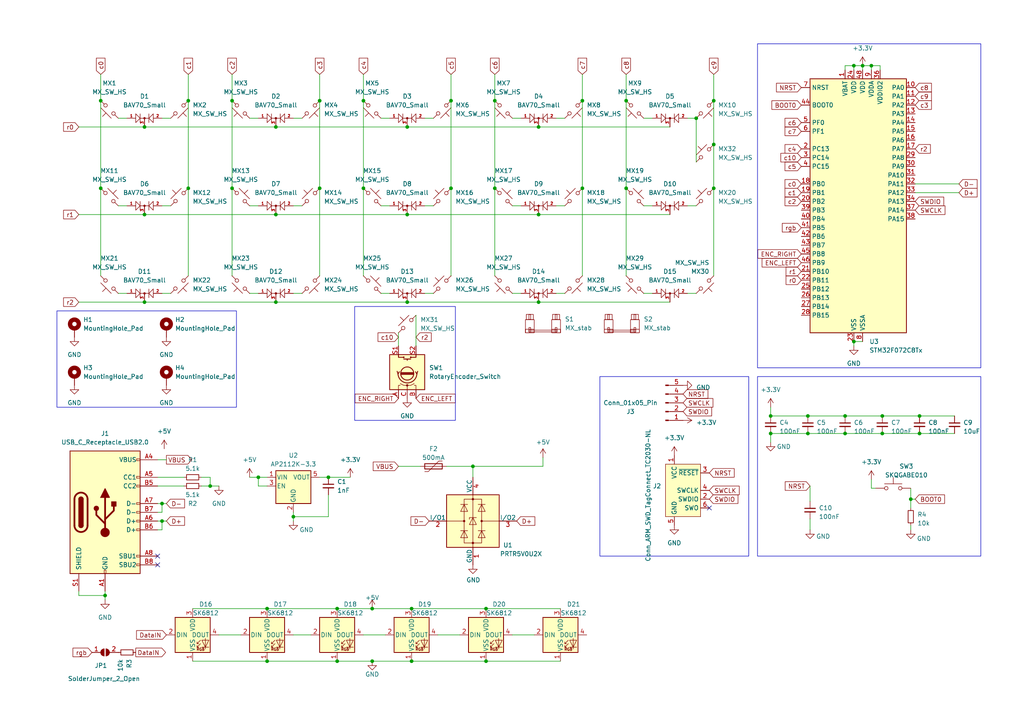
<source format=kicad_sch>
(kicad_sch (version 20231120) (generator "eeschema") (generator_version "8.0")
  (paper "A4")
  (junction (at 29.21 54.61))
  (junction (at 143.51 54.61))
  (junction (at 74.93 138.43))
  (junction (at 85.09 149.86))
  (junction (at 266.7 125.73))
  (junction (at 255.905 125.73))
  (junction (at 41.91 62.23))
  (junction (at 118.11 36.83))
  (junction (at 181.61 54.61))
  (junction (at 140.97 191.77))
  (junction (at 245.11 120.65))
  (junction (at 168.91 54.61))
  (junction (at 80.01 62.23))
  (junction (at 97.79 191.77))
  (junction (at 245.11 125.73))
  (junction (at 29.21 29.21))
  (junction (at 107.95 191.77))
  (junction (at 207.01 41.91))
  (junction (at 156.21 87.63))
  (junction (at 207.01 29.21))
  (junction (at 80.01 87.63))
  (junction (at 95.25 138.43))
  (junction (at 247.65 99.06))
  (junction (at 41.91 36.83))
  (junction (at 30.48 172.72))
  (junction (at 264.16 144.78))
  (junction (at 130.81 54.61))
  (junction (at 54.61 54.61))
  (junction (at 156.21 36.83))
  (junction (at 168.91 29.21))
  (junction (at 105.41 54.61))
  (junction (at 252.73 19.05))
  (junction (at 46.99 146.05))
  (junction (at 46.99 151.13))
  (junction (at 223.52 125.73))
  (junction (at 119.38 191.77))
  (junction (at 234.315 120.65))
  (junction (at 41.91 87.63))
  (junction (at 143.51 29.21))
  (junction (at 247.65 19.05))
  (junction (at 105.41 29.21))
  (junction (at 181.61 29.21))
  (junction (at 60.96 140.97))
  (junction (at 118.11 62.23))
  (junction (at 80.01 36.83))
  (junction (at 97.79 176.53))
  (junction (at 130.81 29.21))
  (junction (at 201.93 34.29))
  (junction (at 119.38 176.53))
  (junction (at 250.19 19.05))
  (junction (at 77.47 176.53))
  (junction (at 156.21 62.23))
  (junction (at 266.7 120.65))
  (junction (at 92.71 29.21))
  (junction (at 77.47 191.77))
  (junction (at 67.31 54.61))
  (junction (at 223.52 120.65))
  (junction (at 140.97 176.53))
  (junction (at 137.16 135.255))
  (junction (at 54.61 29.21))
  (junction (at 107.95 176.53))
  (junction (at 118.11 87.63))
  (junction (at 92.71 54.61))
  (junction (at 207.01 54.61))
  (junction (at 67.31 29.21))
  (junction (at 255.905 120.65))
  (junction (at 234.315 125.73))
  (no_connect (at 45.72 161.29))
  (no_connect (at 205.74 147.32))
  (no_connect (at 45.72 163.83))
  (wire (pts (xy 22.86 87.63) (xy 41.91 87.63)))
  (wire (pts (xy 118.11 87.63) (xy 156.21 87.63)))
  (wire (pts (xy 74.93 59.69) (xy 72.39 59.69)))
  (wire (pts (xy 255.905 120.65) (xy 266.7 120.65)))
  (wire (pts (xy 264.16 144.78) (xy 264.16 147.32)))
  (wire (pts (xy 247.65 100.33) (xy 247.65 99.06)))
  (wire (pts (xy 95.25 149.86) (xy 95.25 143.51)))
  (wire (pts (xy 234.95 153.67) (xy 234.95 150.495)))
  (wire (pts (xy 36.83 85.09) (xy 34.29 85.09)))
  (wire (pts (xy 123.19 34.29) (xy 125.73 34.29)))
  (wire (pts (xy 85.09 34.29) (xy 87.63 34.29)))
  (wire (pts (xy 29.21 21.59) (xy 29.21 29.21)))
  (wire (pts (xy 45.72 138.43) (xy 53.34 138.43)))
  (wire (pts (xy 46.99 146.05) (xy 48.26 146.05)))
  (wire (pts (xy 207.01 21.59) (xy 207.01 29.21)))
  (wire (pts (xy 85.09 59.69) (xy 87.63 59.69)))
  (wire (pts (xy 85.09 85.09) (xy 87.63 85.09)))
  (wire (pts (xy 63.5 184.15) (xy 69.85 184.15)))
  (wire (pts (xy 30.48 171.45) (xy 30.48 172.72)))
  (wire (pts (xy 181.61 54.61) (xy 181.61 80.01)))
  (wire (pts (xy 54.61 21.59) (xy 54.61 29.21)))
  (wire (pts (xy 80.01 87.63) (xy 118.11 87.63)))
  (wire (pts (xy 30.48 172.72) (xy 30.48 173.99)))
  (wire (pts (xy 54.61 29.21) (xy 54.61 54.61)))
  (wire (pts (xy 201.93 34.29) (xy 201.93 46.99)))
  (wire (pts (xy 115.57 96.52) (xy 115.57 100.33)))
  (wire (pts (xy 95.25 138.43) (xy 101.6 138.43)))
  (wire (pts (xy 97.79 176.53) (xy 77.47 176.53)))
  (wire (pts (xy 60.96 140.97) (xy 63.5 140.97)))
  (wire (pts (xy 140.97 176.53) (xy 162.56 176.53)))
  (wire (pts (xy 129.54 135.255) (xy 137.16 135.255)))
  (wire (pts (xy 113.03 85.09) (xy 110.49 85.09)))
  (wire (pts (xy 92.71 21.59) (xy 92.71 29.21)))
  (wire (pts (xy 252.73 19.05) (xy 250.19 19.05)))
  (wire (pts (xy 77.47 191.77) (xy 97.79 191.77)))
  (wire (pts (xy 234.315 120.65) (xy 245.11 120.65)))
  (wire (pts (xy 143.51 54.61) (xy 143.51 80.01)))
  (wire (pts (xy 161.29 59.69) (xy 163.83 59.69)))
  (wire (pts (xy 54.61 54.61) (xy 54.61 80.01)))
  (wire (pts (xy 223.52 128.27) (xy 223.52 125.73)))
  (wire (pts (xy 168.91 54.61) (xy 168.91 80.01)))
  (wire (pts (xy 245.11 19.05) (xy 247.65 19.05)))
  (wire (pts (xy 168.91 21.59) (xy 168.91 29.21)))
  (wire (pts (xy 74.93 138.43) (xy 77.47 138.43)))
  (wire (pts (xy 130.81 29.21) (xy 130.81 54.61)))
  (wire (pts (xy 45.72 151.13) (xy 46.99 151.13)))
  (wire (pts (xy 46.99 85.09) (xy 49.53 85.09)))
  (wire (pts (xy 105.41 54.61) (xy 105.41 80.01)))
  (wire (pts (xy 143.51 29.21) (xy 143.51 54.61)))
  (wire (pts (xy 74.93 140.97) (xy 74.93 138.43)))
  (wire (pts (xy 140.97 191.77) (xy 162.56 191.77)))
  (wire (pts (xy 161.29 34.29) (xy 163.83 34.29)))
  (wire (pts (xy 97.79 176.53) (xy 107.95 176.53)))
  (wire (pts (xy 264.16 152.4) (xy 264.16 153.67)))
  (wire (pts (xy 74.93 34.29) (xy 72.39 34.29)))
  (wire (pts (xy 168.91 29.21) (xy 168.91 54.61)))
  (wire (pts (xy 265.43 55.88) (xy 278.13 55.88)))
  (wire (pts (xy 151.13 85.09) (xy 148.59 85.09)))
  (wire (pts (xy 118.11 36.83) (xy 156.21 36.83)))
  (wire (pts (xy 22.86 62.23) (xy 41.91 62.23)))
  (wire (pts (xy 223.52 118.11) (xy 223.52 120.65)))
  (wire (pts (xy 123.19 85.09) (xy 125.73 85.09)))
  (wire (pts (xy 181.61 29.21) (xy 181.61 54.61)))
  (wire (pts (xy 45.72 146.05) (xy 46.99 146.05)))
  (wire (pts (xy 45.72 140.97) (xy 53.34 140.97)))
  (wire (pts (xy 264.16 141.605) (xy 264.16 144.78)))
  (wire (pts (xy 189.23 59.69) (xy 186.69 59.69)))
  (wire (pts (xy 55.88 176.53) (xy 77.47 176.53)))
  (wire (pts (xy 41.91 36.83) (xy 80.01 36.83)))
  (wire (pts (xy 207.01 29.21) (xy 207.01 41.91)))
  (wire (pts (xy 254 141.605) (xy 252.73 141.605)))
  (wire (pts (xy 118.11 62.23) (xy 156.21 62.23)))
  (wire (pts (xy 46.99 59.69) (xy 49.53 59.69)))
  (wire (pts (xy 189.23 85.09) (xy 186.69 85.09)))
  (wire (pts (xy 58.42 138.43) (xy 60.96 138.43)))
  (wire (pts (xy 137.16 135.255) (xy 157.48 135.255)))
  (wire (pts (xy 29.21 54.61) (xy 29.21 80.01)))
  (wire (pts (xy 127 184.15) (xy 133.35 184.15)))
  (wire (pts (xy 22.86 171.45) (xy 22.86 172.72)))
  (wire (pts (xy 74.93 85.09) (xy 72.39 85.09)))
  (wire (pts (xy 137.16 135.255) (xy 137.16 138.43)))
  (wire (pts (xy 92.71 138.43) (xy 95.25 138.43)))
  (wire (pts (xy 85.09 149.86) (xy 85.09 151.13)))
  (wire (pts (xy 255.905 125.73) (xy 266.7 125.73)))
  (wire (pts (xy 45.72 148.59) (xy 46.99 148.59)))
  (wire (pts (xy 72.39 138.43) (xy 74.93 138.43)))
  (wire (pts (xy 157.48 132.715) (xy 157.48 135.255)))
  (wire (pts (xy 148.59 184.15) (xy 154.94 184.15)))
  (wire (pts (xy 92.71 29.21) (xy 92.71 54.61)))
  (wire (pts (xy 80.01 62.23) (xy 118.11 62.23)))
  (wire (pts (xy 41.91 87.63) (xy 80.01 87.63)))
  (wire (pts (xy 161.29 85.09) (xy 163.83 85.09)))
  (wire (pts (xy 247.65 19.05) (xy 247.65 20.32)))
  (wire (pts (xy 67.31 29.21) (xy 67.31 54.61)))
  (wire (pts (xy 97.79 191.77) (xy 107.95 191.77)))
  (wire (pts (xy 199.39 59.69) (xy 201.93 59.69)))
  (wire (pts (xy 45.72 153.67) (xy 46.99 153.67)))
  (wire (pts (xy 234.315 120.65) (xy 223.52 120.65)))
  (wire (pts (xy 247.65 99.06) (xy 250.19 99.06)))
  (wire (pts (xy 55.88 191.77) (xy 77.47 191.77)))
  (wire (pts (xy 207.01 41.91) (xy 207.01 54.61)))
  (wire (pts (xy 255.27 19.05) (xy 255.27 20.32)))
  (wire (pts (xy 130.81 21.59) (xy 130.81 29.21)))
  (wire (pts (xy 265.43 53.34) (xy 278.13 53.34)))
  (wire (pts (xy 45.72 133.35) (xy 48.26 133.35)))
  (wire (pts (xy 67.31 54.61) (xy 67.31 80.01)))
  (wire (pts (xy 250.19 19.05) (xy 250.19 20.32)))
  (wire (pts (xy 156.21 36.83) (xy 194.31 36.83)))
  (wire (pts (xy 234.95 140.97) (xy 234.95 145.415)))
  (wire (pts (xy 113.03 59.69) (xy 110.49 59.69)))
  (wire (pts (xy 115.57 135.255) (xy 121.92 135.255)))
  (wire (pts (xy 156.21 62.23) (xy 194.31 62.23)))
  (wire (pts (xy 252.73 19.05) (xy 255.27 19.05)))
  (wire (pts (xy 266.7 120.65) (xy 276.86 120.65)))
  (wire (pts (xy 119.38 176.53) (xy 140.97 176.53)))
  (wire (pts (xy 151.13 34.29) (xy 148.59 34.29)))
  (wire (pts (xy 60.96 138.43) (xy 60.96 140.97)))
  (wire (pts (xy 119.38 191.77) (xy 140.97 191.77)))
  (wire (pts (xy 156.21 87.63) (xy 194.31 87.63)))
  (wire (pts (xy 85.09 148.59) (xy 85.09 149.86)))
  (wire (pts (xy 67.31 21.59) (xy 67.31 29.21)))
  (wire (pts (xy 41.91 62.23) (xy 80.01 62.23)))
  (wire (pts (xy 120.65 91.44) (xy 120.65 100.33)))
  (wire (pts (xy 143.51 21.59) (xy 143.51 29.21)))
  (wire (pts (xy 223.52 125.73) (xy 234.315 125.73)))
  (wire (pts (xy 36.83 34.29) (xy 34.29 34.29)))
  (wire (pts (xy 92.71 54.61) (xy 92.71 80.01)))
  (wire (pts (xy 252.73 141.605) (xy 252.73 139.065)))
  (wire (pts (xy 105.41 21.59) (xy 105.41 29.21)))
  (wire (pts (xy 245.11 125.73) (xy 255.905 125.73)))
  (wire (pts (xy 58.42 140.97) (xy 60.96 140.97)))
  (wire (pts (xy 234.315 125.73) (xy 245.11 125.73)))
  (wire (pts (xy 113.03 34.29) (xy 110.49 34.29)))
  (wire (pts (xy 107.95 176.53) (xy 119.38 176.53)))
  (wire (pts (xy 181.61 21.59) (xy 181.61 29.21)))
  (wire (pts (xy 252.73 19.05) (xy 252.73 20.32)))
  (wire (pts (xy 245.11 19.05) (xy 245.11 20.32)))
  (wire (pts (xy 80.01 36.83) (xy 118.11 36.83)))
  (wire (pts (xy 199.39 85.09) (xy 201.93 85.09)))
  (wire (pts (xy 29.21 29.21) (xy 29.21 54.61)))
  (wire (pts (xy 22.86 172.72) (xy 30.48 172.72)))
  (wire (pts (xy 46.99 153.67) (xy 46.99 151.13)))
  (wire (pts (xy 245.11 120.65) (xy 255.905 120.65)))
  (wire (pts (xy 207.01 54.61) (xy 207.01 80.01)))
  (wire (pts (xy 130.81 54.61) (xy 130.81 80.01)))
  (wire (pts (xy 77.47 140.97) (xy 74.93 140.97)))
  (wire (pts (xy 105.41 29.21) (xy 105.41 54.61)))
  (wire (pts (xy 189.23 34.29) (xy 186.69 34.29)))
  (wire (pts (xy 46.99 34.29) (xy 49.53 34.29)))
  (wire (pts (xy 105.41 184.15) (xy 111.76 184.15)))
  (wire (pts (xy 36.83 59.69) (xy 34.29 59.69)))
  (wire (pts (xy 151.13 59.69) (xy 148.59 59.69)))
  (wire (pts (xy 46.99 151.13) (xy 48.26 151.13)))
  (wire (pts (xy 107.95 191.77) (xy 119.38 191.77)))
  (wire (pts (xy 22.86 36.83) (xy 41.91 36.83)))
  (wire (pts (xy 247.65 19.05) (xy 250.19 19.05)))
  (wire (pts (xy 123.19 59.69) (xy 125.73 59.69)))
  (wire (pts (xy 199.39 34.29) (xy 201.93 34.29)))
  (wire (pts (xy 266.7 125.73) (xy 276.86 125.73)))
  (wire (pts (xy 85.09 149.86) (xy 95.25 149.86)))
  (wire (pts (xy 46.99 148.59) (xy 46.99 146.05)))
  (wire (pts (xy 264.16 144.78) (xy 265.43 144.78)))
  (wire (pts (xy 85.09 184.15) (xy 90.17 184.15)))
  (rectangle (start 16.51 90.17) (end 68.58 118.11))
  (rectangle (start 102.87 88.9) (end 132.08 121.92))
  (rectangle (start 173.99 109.22) (end 217.17 161.29))
  (rectangle (start 219.71 109.22) (end 284.48 161.29))
  (rectangle (start 219.71 12.7) (end 284.48 106.68))
  (global_label "c0" (shape input) (at 29.21 21.59 90) (property "Intersheetrefs" "${INTERSHEET_REFS}" (effects (hide yes))))
  (global_label "ENC_LEFT" (shape input) (at 120.65 115.57 0) (property "Intersheetrefs" "${INTERSHEET_REFS}" (effects (hide yes))))
  (global_label "c9" (shape input) (at 265.43 27.94 0) (property "Intersheetrefs" "${INTERSHEET_REFS}" (effects (hide yes))))
  (global_label "c6" (shape input) (at 232.41 35.56 180) (property "Intersheetrefs" "${INTERSHEET_REFS}" (effects (hide yes))))
  (global_label "NRST" (shape input) (at 198.12 114.3 0) (property "Intersheetrefs" "${INTERSHEET_REFS}" (effects (hide yes))))
  (global_label "rgb" (shape input) (at 232.41 66.04 180) (property "Intersheetrefs" "${INTERSHEET_REFS}" (effects (hide yes))))
  (global_label "BOOT0" (shape input) (at 232.41 30.48 180) (property "Intersheetrefs" "${INTERSHEET_REFS}" (effects (hide yes))))
  (global_label "D+" (shape input) (at 48.26 151.13 0) (property "Intersheetrefs" "${INTERSHEET_REFS}" (effects (hide yes))))
  (global_label "BOOT0" (shape input) (at 265.43 144.78 0) (property "Intersheetrefs" "${INTERSHEET_REFS}" (effects (hide yes))))
  (global_label "c10" (shape input) (at 115.57 97.79 180) (property "Intersheetrefs" "${INTERSHEET_REFS}" (effects (hide yes))))
  (global_label "c2" (shape input) (at 67.31 21.59 90) (property "Intersheetrefs" "${INTERSHEET_REFS}" (effects (hide yes))))
  (global_label "r1" (shape input) (at 22.86 62.23 180) (property "Intersheetrefs" "${INTERSHEET_REFS}" (effects (hide yes))))
  (global_label "D+" (shape input) (at 278.13 55.88 0) (property "Intersheetrefs" "${INTERSHEET_REFS}" (effects (hide yes))))
  (global_label "SWDIO" (shape input) (at 205.74 144.78 0) (property "Intersheetrefs" "${INTERSHEET_REFS}" (effects (hide yes))))
  (global_label "DataIN" (shape input) (at 48.26 184.15 180) (property "Intersheetrefs" "${INTERSHEET_REFS}" (effects (hide yes))))
  (global_label "c0" (shape input) (at 232.41 53.34 180) (property "Intersheetrefs" "${INTERSHEET_REFS}" (effects (hide yes))))
  (global_label "r1" (shape input) (at 232.41 78.74 180) (property "Intersheetrefs" "${INTERSHEET_REFS}" (effects (hide yes))))
  (global_label "SWDIO" (shape input) (at 265.43 58.42 0) (property "Intersheetrefs" "${INTERSHEET_REFS}" (effects (hide yes))))
  (global_label "c2" (shape input) (at 232.41 58.42 180) (property "Intersheetrefs" "${INTERSHEET_REFS}" (effects (hide yes))))
  (global_label "SWCLK" (shape input) (at 265.43 60.96 0) (property "Intersheetrefs" "${INTERSHEET_REFS}" (effects (hide yes))))
  (global_label "D-" (shape input) (at 124.46 151.13 180) (property "Intersheetrefs" "${INTERSHEET_REFS}" (effects (hide yes))))
  (global_label "ENC_RIGHT" (shape input) (at 232.41 73.66 180) (property "Intersheetrefs" "${INTERSHEET_REFS}" (effects (hide yes))))
  (global_label "c3" (shape input) (at 92.71 21.59 90) (property "Intersheetrefs" "${INTERSHEET_REFS}" (effects (hide yes))))
  (global_label "SWCLK" (shape input) (at 205.74 142.24 0) (property "Intersheetrefs" "${INTERSHEET_REFS}" (effects (hide yes))))
  (global_label "D-" (shape input) (at 278.13 53.34 0) (property "Intersheetrefs" "${INTERSHEET_REFS}" (effects (hide yes))))
  (global_label "NRST" (shape input) (at 232.41 25.4 180) (property "Intersheetrefs" "${INTERSHEET_REFS}" (effects (hide yes))))
  (global_label "c8" (shape input) (at 265.43 25.4 0) (property "Intersheetrefs" "${INTERSHEET_REFS}" (effects (hide yes))))
  (global_label "rgb" (shape input) (at 26.67 189.23 180) (property "Intersheetrefs" "${INTERSHEET_REFS}" (effects (hide yes))))
  (global_label "DataIN" (shape output) (at 39.37 189.23 0) (property "Intersheetrefs" "${INTERSHEET_REFS}" (effects (hide yes))))
  (global_label "VBUS" (shape output) (at 48.26 133.35 0) (property "Intersheetrefs" "${INTERSHEET_REFS}" (effects (hide yes))))
  (global_label "SWCLK" (shape input) (at 198.12 116.84 0) (property "Intersheetrefs" "${INTERSHEET_REFS}" (effects (hide yes))))
  (global_label "ENC_RIGHT" (shape input) (at 115.57 115.57 180) (property "Intersheetrefs" "${INTERSHEET_REFS}" (effects (hide yes))))
  (global_label "r2" (shape input) (at 265.43 43.18 0) (property "Intersheetrefs" "${INTERSHEET_REFS}" (effects (hide yes))))
  (global_label "c4" (shape input) (at 105.41 21.59 90) (property "Intersheetrefs" "${INTERSHEET_REFS}" (effects (hide yes))))
  (global_label "r0" (shape input) (at 22.86 36.83 180) (property "Intersheetrefs" "${INTERSHEET_REFS}" (effects (hide yes))))
  (global_label "c3" (shape input) (at 265.43 30.48 0) (property "Intersheetrefs" "${INTERSHEET_REFS}" (effects (hide yes))))
  (global_label "NRST" (shape input) (at 205.74 137.16 0) (property "Intersheetrefs" "${INTERSHEET_REFS}" (effects (hide yes))))
  (global_label "c7" (shape input) (at 168.91 21.59 90) (property "Intersheetrefs" "${INTERSHEET_REFS}" (effects (hide yes))))
  (global_label "NRST" (shape input) (at 234.95 140.97 180) (property "Intersheetrefs" "${INTERSHEET_REFS}" (effects (hide yes))))
  (global_label "c7" (shape input) (at 232.41 38.1 180) (property "Intersheetrefs" "${INTERSHEET_REFS}" (effects (hide yes))))
  (global_label "r2" (shape input) (at 120.65 97.79 0) (property "Intersheetrefs" "${INTERSHEET_REFS}" (effects (hide yes))))
  (global_label "ENC_LEFT" (shape input) (at 232.41 76.2 180) (property "Intersheetrefs" "${INTERSHEET_REFS}" (effects (hide yes))))
  (global_label "c10" (shape input) (at 232.41 45.72 180) (property "Intersheetrefs" "${INTERSHEET_REFS}" (effects (hide yes))))
  (global_label "c1" (shape input) (at 232.41 55.88 180) (property "Intersheetrefs" "${INTERSHEET_REFS}" (effects (hide yes))))
  (global_label "c8" (shape input) (at 181.61 21.59 90) (property "Intersheetrefs" "${INTERSHEET_REFS}" (effects (hide yes))))
  (global_label "r0" (shape input) (at 232.41 81.28 180) (property "Intersheetrefs" "${INTERSHEET_REFS}" (effects (hide yes))))
  (global_label "c6" (shape input) (at 143.51 21.59 90) (property "Intersheetrefs" "${INTERSHEET_REFS}" (effects (hide yes))))
  (global_label "c5" (shape input) (at 232.41 48.26 180) (property "Intersheetrefs" "${INTERSHEET_REFS}" (effects (hide yes))))
  (global_label "D-" (shape input) (at 48.26 146.05 0) (property "Intersheetrefs" "${INTERSHEET_REFS}" (effects (hide yes))))
  (global_label "VBUS" (shape input) (at 115.57 135.255 180) (property "Intersheetrefs" "${INTERSHEET_REFS}" (effects (hide yes))))
  (global_label "c1" (shape input) (at 54.61 21.59 90) (property "Intersheetrefs" "${INTERSHEET_REFS}" (effects (hide yes))))
  (global_label "D+" (shape input) (at 149.86 151.13 0) (property "Intersheetrefs" "${INTERSHEET_REFS}" (effects (hide yes))))
  (global_label "c4" (shape input) (at 232.41 43.18 180) (property "Intersheetrefs" "${INTERSHEET_REFS}" (effects (hide yes))))
  (global_label "SWDIO" (shape input) (at 198.12 119.38 0) (property "Intersheetrefs" "${INTERSHEET_REFS}" (effects (hide yes))))
  (global_label "r2" (shape input) (at 22.86 87.63 180) (property "Intersheetrefs" "${INTERSHEET_REFS}" (effects (hide yes))))
  (global_label "c9" (shape input) (at 207.01 21.59 90) (property "Intersheetrefs" "${INTERSHEET_REFS}" (effects (hide yes))))
  (global_label "c5" (shape input) (at 130.81 21.59 90) (property "Intersheetrefs" "${INTERSHEET_REFS}" (effects (hide yes))))
  (symbol (lib_id "Regulator_Linear:AP2112K-3.3") (at 85.09 140.97 0) (unit 1)
    (property "Reference" "U2" (at 85.09 132.08 0))
    (property "Value" "AP2112K-3.3" (at 85.09 134.62 0))
    (property "Footprint" "Package_TO_SOT_SMD:SOT-23-5_HandSoldering" (effects (hide yes)))
    (property "Datasheet" "https://www.diodes.com/assets/Datasheets/AP2112.pdf" (effects (hide yes)))
    (property "LCSC Part Number" "C3021085" (effects (hide yes)))
    (property "MPN" "AP2112K-3.3" (effects (hide yes)))
  )
  (symbol (lib_id "power:+3.3V") (at 252.73 139.065 0) (unit 1)
    (property "Reference" "#PWR013" (effects (hide yes)))
    (property "Value" "+3.3V" (at 252.73 133.985 0))
  )
  (symbol (lib_id "PCM_marbastlib-mx:MX_SW_HS") (at 204.47 57.15 90) (unit 1)
    (property "Reference" "MX20" (at 208.28 55.88 90) (effects (justify right)))
    (property "Value" "MX_SW_HS" (at 208.28 58.42 90) (effects (justify right)))
    (property "Footprint" "apfellib:MX-HotswapSAFE_no_silk" (effects (hide yes)))
  )
  (symbol (lib_id "PCM_marbastlib-mx:MX_SW_HS") (at 90.17 82.55 270) (unit 1)
    (property "Reference" "MX24" (at 93.98 81.28 90) (effects (justify left)))
    (property "Value" "MX_SW_HS" (at 93.98 83.82 90) (effects (justify left)))
    (property "Footprint" "apfellib:MX-HotswapSAFE_no_silk" (effects (hide yes)))
  )
  (symbol (lib_id "PCM_marbastlib-various:BAV70_Small") (at 194.31 85.09 0) (unit 1)
    (property "Reference" "D15" (at 194.31 78.74 0))
    (property "Value" "BAV70_Small" (at 194.31 81.28 0))
    (property "Footprint" "BeiBob:apfel_SOT-23_silkless" (effects (hide yes)))
    (property "Datasheet" "https://assets.nexperia.com/documents/data-sheet/BAV70_SER.pdf" (effects (hide yes)))
  )
  (symbol (lib_id "Device:R_Small") (at 264.16 149.86 180) (unit 1)
    (property "Reference" "R4" (at 266.065 149.225 0) (effects (justify right)))
    (property "Value" "10k" (at 266.065 151.765 0) (effects (justify right)))
    (property "Footprint" "Resistor_SMD:R_0805_2012Metric_Pad1.20x1.40mm_HandSolder" (effects (hide yes)))
  )
  (symbol (lib_id "Device:C_Small") (at 276.86 123.19 0) (unit 1)
    (property "Reference" "C9" (at 279.4 122.5613 0) (effects (justify left)))
    (property "Value" "10uF" (at 279.4 125.1013 0) (effects (justify left)))
    (property "Footprint" "Capacitor_SMD:C_0805_2012Metric_Pad1.18x1.45mm_HandSolder" (effects (hide yes)))
  )
  (symbol (lib_id "power:+5V") (at 107.95 176.53 0) (unit 1)
    (property "Reference" "#PWR021" (effects (hide yes)))
    (property "Value" "+5V" (at 107.95 173.355 0))
  )
  (symbol (lib_id "power:GND") (at 195.58 152.4 0) (unit 1)
    (property "Reference" "#PWR012" (effects (hide yes)))
    (property "Value" "GND" (at 195.58 157.48 0))
  )
  (symbol (lib_id "Device:C_Small") (at 234.315 123.19 0) (unit 1)
    (property "Reference" "C5" (at 236.855 122.5613 0) (effects (justify left)))
    (property "Value" "100nF" (at 236.855 125.1013 0) (effects (justify left)))
    (property "Footprint" "Capacitor_SMD:C_0805_2012Metric_Pad1.18x1.45mm_HandSolder" (effects (hide yes)))
  )
  (symbol (lib_id "PCM_marbastlib-mx:MX_SW_HS") (at 107.95 57.15 0) (unit 1)
    (property "Reference" "MX15" (at 107.95 49.53 0))
    (property "Value" "MX_SW_HS" (at 107.95 52.07 0))
    (property "Footprint" "apfellib:MX-HotswapSAFE_no_silk" (effects (hide yes)))
  )
  (symbol (lib_id "PCM_marbastlib-mx:MX_SW_HS") (at 128.27 57.15 90) (unit 1)
    (property "Reference" "MX16" (at 132.08 55.88 90) (effects (justify right)))
    (property "Value" "MX_SW_HS" (at 132.08 58.42 90) (effects (justify right)))
    (property "Footprint" "apfellib:MX-HotswapSAFE_no_silk" (effects (hide yes)))
  )
  (symbol (lib_id "PCM_marbastlib-mx:MX_stab") (at 157.48 93.98 0) (unit 1)
    (property "Reference" "S1" (at 163.83 92.583 0) (effects (justify left)))
    (property "Value" "MX_stab" (at 163.83 95.123 0) (effects (justify left)))
    (property "Footprint" "PCM_marbastlib-mx:STAB_MX_P_3u" (effects (hide yes)))
  )
  (symbol (lib_id "power:GND") (at 85.09 151.13 0) (unit 1)
    (property "Reference" "#PWR06" (effects (hide yes)))
    (property "Value" "GND" (at 88.9 153.67 0))
  )
  (symbol (lib_id "power:GND") (at 264.16 153.67 0) (unit 1)
    (property "Reference" "#PWR025" (effects (hide yes)))
    (property "Value" "GND" (at 267.97 156.21 0))
  )
  (symbol (lib_id "power:GND") (at 118.11 115.57 0) (unit 1)
    (property "Reference" "#PWR01" (effects (hide yes)))
    (property "Value" "GND" (at 118.11 120.65 0))
  )
  (symbol (lib_id "PCM_marbastlib-mx:MX_SW_HS") (at 90.17 31.75 270) (unit 1)
    (property "Reference" "MX4" (at 93.98 30.48 90) (effects (justify left)))
    (property "Value" "MX_SW_HS" (at 93.98 33.02 90) (effects (justify left)))
    (property "Footprint" "apfellib:MX-HotswapSAFE_no_silk" (effects (hide yes)))
  )
  (symbol (lib_id "PCM_marbastlib-mx:MX_SW_HS") (at 166.37 31.75 270) (unit 1)
    (property "Reference" "MX8" (at 170.18 30.48 90) (effects (justify left)))
    (property "Value" "MX_SW_HS" (at 170.18 33.02 90) (effects (justify left)))
    (property "Footprint" "apfellib:MX-HotswapSAFE_no_silk" (effects (hide yes)))
  )
  (symbol (lib_id "PCM_marbastlib-various:BAV70_Small") (at 156.21 85.09 0) (unit 1)
    (property "Reference" "D14" (at 156.21 78.74 0))
    (property "Value" "BAV70_Small" (at 156.21 81.28 0))
    (property "Footprint" "BeiBob:apfel_SOT-23_silkless" (effects (hide yes)))
    (property "Datasheet" "https://assets.nexperia.com/documents/data-sheet/BAV70_SER.pdf" (effects (hide yes)))
  )
  (symbol (lib_id "PCM_marbastlib-various:BAV70_Small") (at 118.11 59.69 0) (unit 1)
    (property "Reference" "D8" (at 118.11 53.34 0))
    (property "Value" "BAV70_Small" (at 118.11 55.88 0))
    (property "Footprint" "BeiBob:apfel_SOT-23_silkless" (effects (hide yes)))
    (property "Datasheet" "https://assets.nexperia.com/documents/data-sheet/BAV70_SER.pdf" (effects (hide yes)))
  )
  (symbol (lib_id "PCM_marbastlib-mx:MX_SW_HS") (at 31.75 57.15 0) (unit 1)
    (property "Reference" "MX11" (at 31.75 49.53 0))
    (property "Value" "MX_SW_HS" (at 31.75 52.07 0))
    (property "Footprint" "apfellib:MX-HotswapSAFE_no_silk" (effects (hide yes)))
  )
  (symbol (lib_id "PCM_marbastlib-mx:MX_SW_HS") (at 204.47 31.75 270) (unit 1)
    (property "Reference" "MX10" (at 208.28 30.48 90) (effects (justify left)))
    (property "Value" "MX_SW_HS" (at 208.28 33.02 90) (effects (justify left)))
    (property "Footprint" "apfellib:MX-HotswapSAFE_no_silk" (effects (hide yes)))
  )
  (symbol (lib_id "power:+3.3V") (at 250.19 19.05 0) (unit 1)
    (property "Reference" "#PWR04" (effects (hide yes)))
    (property "Value" "+3.3V" (at 250.19 13.97 0))
  )
  (symbol (lib_id "power:+3.3V") (at 198.12 121.92 270) (unit 1)
    (property "Reference" "#PWR019" (effects (hide yes)))
    (property "Value" "+3.3V" (at 201.93 122.555 90) (effects (justify left)))
  )
  (symbol (lib_id "Device:C_Small") (at 255.905 123.19 0) (unit 1)
    (property "Reference" "C7" (at 258.445 122.5613 0) (effects (justify left)))
    (property "Value" "100nF" (at 258.445 125.1013 0) (effects (justify left)))
    (property "Footprint" "Capacitor_SMD:C_0805_2012Metric_Pad1.18x1.45mm_HandSolder" (effects (hide yes)))
  )
  (symbol (lib_id "Connector:USB_C_Receptacle_USB2.0") (at 30.48 148.59 0) (unit 1)
    (property "Reference" "J1" (at 30.48 125.73 0))
    (property "Value" "USB_C_Receptacle_USB2.0" (at 30.48 128.27 0))
    (property "Footprint" "samd21pad:USB_C_Receptacle_GT-USB-7010" (effects (hide yes)))
    (property "Datasheet" "https://www.usb.org/sites/default/files/documents/usb_type-c.zip" (effects (hide yes)))
    (property "LCSC Part Number" "C3001293" (effects (hide yes)))
  )
  (symbol (lib_id "PCM_marbastlib-mx:MX_SW_HS") (at 204.47 82.55 270) (unit 1)
    (property "Reference" "MX30" (at 205.74 78.74 90) (effects (justify right)))
    (property "Value" "MX_SW_HS" (at 205.74 76.2 90) (effects (justify right)))
    (property "Footprint" "apfellib:MX-HotswapSAFE_no_silk" (effects (hide yes)))
  )
  (symbol (lib_id "PCM_marbastlib-mx:MX_SW_HS") (at 107.95 31.75 180) (unit 1)
    (property "Reference" "MX5" (at 107.95 24.13 0))
    (property "Value" "MX_SW_HS" (at 107.95 26.67 0))
    (property "Footprint" "apfellib:MX-HotswapSAFE_no_silk" (effects (hide yes)))
  )
  (symbol (lib_id "PCM_marbastlib-mx:MX_SW_HS") (at 31.75 31.75 180) (unit 1)
    (property "Reference" "MX1" (at 31.75 24.13 0))
    (property "Value" "MX_SW_HS" (at 31.75 26.67 0))
    (property "Footprint" "apfellib:MX-HotswapSAFE_no_silk" (effects (hide yes)))
  )
  (symbol (lib_id "PCM_marbastlib-mx:MX_SW_HS") (at 52.07 57.15 90) (unit 1)
    (property "Reference" "MX12" (at 55.88 55.88 90) (effects (justify right)))
    (property "Value" "MX_SW_HS" (at 55.88 58.42 90) (effects (justify right)))
    (property "Footprint" "apfellib:MX-HotswapSAFE_no_silk" (effects (hide yes)))
  )
  (symbol (lib_id "LED:SK6812") (at 162.56 184.15 0) (unit 1)
    (property "Reference" "D21" (at 166.37 175.26 0))
    (property "Value" "SK6812" (at 166.37 177.8 0))
    (property "Footprint" "LED_SMD:LED_SK6812_PLCC4_5.0x5.0mm_P3.2mm" (effects (hide yes)))
    (property "Datasheet" "https://cdn-shop.adafruit.com/product-files/1138/SK6812+LED+datasheet+.pdf" (effects (hide yes)))
  )
  (symbol (lib_id "power:GND") (at 21.59 97.79 0) (unit 1)
    (property "Reference" "#PWR014" (effects (hide yes)))
    (property "Value" "GND" (at 21.59 102.87 0))
  )
  (symbol (lib_id "PCM_marbastlib-mx:MX_SW_HS") (at 146.05 31.75 180) (unit 1)
    (property "Reference" "MX7" (at 146.05 24.13 0))
    (property "Value" "MX_SW_HS" (at 146.05 26.67 0))
    (property "Footprint" "apfellib:MX-HotswapSAFE_no_silk" (effects (hide yes)))
  )
  (symbol (lib_id "PCM_marbastlib-various:BAV70_Small") (at 80.01 59.69 0) (unit 1)
    (property "Reference" "D7" (at 80.01 53.34 0))
    (property "Value" "BAV70_Small" (at 80.01 55.88 0))
    (property "Footprint" "BeiBob:apfel_SOT-23_silkless" (effects (hide yes)))
    (property "Datasheet" "https://assets.nexperia.com/documents/data-sheet/BAV70_SER.pdf" (effects (hide yes)))
  )
  (symbol (lib_id "PCM_marbastlib-various:BAV70_Small") (at 41.91 85.09 0) (unit 1)
    (property "Reference" "D11" (at 41.91 78.74 0))
    (property "Value" "BAV70_Small" (at 41.91 81.28 0))
    (property "Footprint" "BeiBob:apfel_SOT-23_silkless" (effects (hide yes)))
    (property "Datasheet" "https://assets.nexperia.com/documents/data-sheet/BAV70_SER.pdf" (effects (hide yes)))
  )
  (symbol (lib_id "Power_Protection:PRTR5V0U2X") (at 137.16 151.13 0) (unit 1)
    (property "Reference" "U1" (at 147.32 158.115 0))
    (property "Value" "PRTR5V0U2X" (at 151.13 160.655 0))
    (property "Footprint" "Package_TO_SOT_SMD:SOT-143_Handsoldering" (effects (hide yes)))
    (property "Datasheet" "https://assets.nexperia.com/documents/data-sheet/PRTR5V0U2X.pdf" (effects (hide yes)))
    (property "LCSC" "C2827688" (effects (hide yes)))
    (property "JlcRotOffset" "90" (effects (hide yes)))
  )
  (symbol (lib_id "PCM_marbastlib-mx:MX_SW_HS") (at 166.37 57.15 90) (unit 1)
    (property "Reference" "MX18" (at 170.18 55.88 90) (effects (justify right)))
    (property "Value" "MX_SW_HS" (at 170.18 58.42 90) (effects (justify right)))
    (property "Footprint" "apfellib:MX-HotswapSAFE_no_silk" (effects (hide yes)))
  )
  (symbol (lib_id "Switch:SW_Push") (at 259.08 141.605 0) (unit 1)
    (property "Reference" "SW3" (at 262.89 135.255 0))
    (property "Value" "SKQGABE010" (at 262.89 137.795 0))
    (property "Footprint" "Button_Switch_SMD:SW_Push_SPST_NO_Alps_SKRK" (effects (hide yes)))
    (property "LCSC" "C115351" (effects (hide yes)))
  )
  (symbol (lib_id "power:GND") (at 48.26 111.76 0) (unit 1)
    (property "Reference" "#PWR018" (effects (hide yes)))
    (property "Value" "GND" (at 48.26 116.84 0))
  )
  (symbol (lib_id "Jumper:SolderJumper_2_Open") (at 30.48 189.23 0) (unit 1)
    (property "Reference" "JP1" (at 31.115 193.04 0) (effects (justify right)))
    (property "Value" "SolderJumper_2_Open" (at 40.64 196.85 0) (effects (justify right)))
    (property "Footprint" "Jumper:SolderJumper-2_P1.3mm_Open_RoundedPad1.0x1.5mm" (effects (hide yes)))
  )
  (symbol (lib_id "PCM_marbastlib-mx:MX_SW_HS") (at 90.17 57.15 90) (unit 1)
    (property "Reference" "MX14" (at 93.98 55.88 90) (effects (justify right)))
    (property "Value" "MX_SW_HS" (at 93.98 58.42 90) (effects (justify right)))
    (property "Footprint" "apfellib:MX-HotswapSAFE_no_silk" (effects (hide yes)))
  )
  (symbol (lib_id "Device:Polyfuse") (at 125.73 135.255 90) (unit 1)
    (property "Reference" "F2" (at 125.73 130.175 90))
    (property "Value" "500mA" (at 125.73 132.715 90))
    (property "Footprint" "Fuse:Fuse_1206_3216Metric_Pad1.42x1.75mm_HandSolder" (effects (hide yes)))
    (property "LCSC" "C135341" (effects (hide yes)))
  )
  (symbol (lib_id "Mechanical:MountingHole_Pad") (at 48.26 109.22 0) (unit 1)
    (property "Reference" "H4" (at 50.8 106.68 0) (effects (justify left)))
    (property "Value" "MountingHole_Pad" (at 50.8 109.22 0) (effects (justify left)))
    (property "Footprint" "BeiBob:MountingHole_2.2mm_M2_Pad_Via_nosilk" (effects (hide yes)))
  )
  (symbol (lib_id "PCM_marbastlib-various:BAV70_Small") (at 80.01 85.09 0) (unit 1)
    (property "Reference" "D12" (at 80.01 78.74 0))
    (property "Value" "BAV70_Small" (at 80.01 81.28 0))
    (property "Footprint" "BeiBob:apfel_SOT-23_silkless" (effects (hide yes)))
    (property "Datasheet" "https://assets.nexperia.com/documents/data-sheet/BAV70_SER.pdf" (effects (hide yes)))
  )
  (symbol (lib_id "PCM_marbastlib-various:BAV70_Small") (at 194.31 34.29 0) (unit 1)
    (property "Reference" "D5" (at 194.31 27.94 0))
    (property "Value" "BAV70_Small" (at 194.31 30.48 0))
    (property "Footprint" "BeiBob:apfel_SOT-23_silkless" (effects (hide yes)))
    (property "Datasheet" "https://assets.nexperia.com/documents/data-sheet/BAV70_SER.pdf" (effects (hide yes)))
  )
  (symbol (lib_id "PCM_marbastlib-mx:MX_SW_HS") (at 69.85 31.75 180) (unit 1)
    (property "Reference" "MX3" (at 69.85 24.13 0))
    (property "Value" "MX_SW_HS" (at 69.85 26.67 0))
    (property "Footprint" "apfellib:MX-HotswapSAFE_no_silk" (effects (hide yes)))
  )
  (symbol (lib_id "PCM_marbastlib-various:BAV70_Small") (at 41.91 34.29 0) (unit 1)
    (property "Reference" "D1" (at 41.91 27.94 0))
    (property "Value" "BAV70_Small" (at 41.91 30.48 0))
    (property "Footprint" "BeiBob:apfel_SOT-23_silkless" (effects (hide yes)))
    (property "Datasheet" "https://assets.nexperia.com/documents/data-sheet/BAV70_SER.pdf" (effects (hide yes)))
  )
  (symbol (lib_id "power:+5V") (at 47.625 130.175 0) (unit 1)
    (property "Reference" "#PWR08" (effects (hide yes)))
    (property "Value" "+5V" (at 47.625 125.095 0))
  )
  (symbol (lib_id "Connector:Conn_ARM_SWD_TagConnect_TC2030-NL") (at 198.12 142.24 0) (unit 1) (in_bom no)
    (property "Reference" "J2" (at 191.77 140.97 0) (effects (justify right)))
    (property "Value" "Conn_ARM_SWD_TagConnect_TC2030-NL" (at 187.96 124.46 90) (effects (justify right)))
    (property "Footprint" "Connector:Tag-Connect_TC2030-IDC-NL_2x03_P1.27mm_Vertical" (effects (hide yes)))
    (property "Datasheet" "https://www.tag-connect.com/wp-content/uploads/bsk-pdf-manager/TC2030-CTX_1.pdf" (effects (hide yes)))
  )
  (symbol (lib_id "PCM_marbastlib-mx:MX_SW_HS") (at 184.15 57.15 0) (unit 1)
    (property "Reference" "MX19" (at 184.15 49.53 0))
    (property "Value" "MX_SW_HS" (at 184.15 52.07 0))
    (property "Footprint" "apfellib:MX-HotswapSAFE_no_silk" (effects (hide yes)))
  )
  (symbol (lib_id "PCM_marbastlib-mx:MX_SW_HS") (at 146.05 57.15 0) (unit 1)
    (property "Reference" "MX17" (at 146.05 49.53 0))
    (property "Value" "MX_SW_HS" (at 146.05 52.07 0))
    (property "Footprint" "apfellib:MX-HotswapSAFE_no_silk" (effects (hide yes)))
  )
  (symbol (lib_id "Device:RotaryEncoder_Switch") (at 118.11 107.95 90) (unit 1)
    (property "Reference" "SW1" (at 124.46 106.68 90) (effects (justify right)))
    (property "Value" "RotaryEncoder_Switch" (at 124.46 109.22 90) (effects (justify right)))
    (property "Footprint" "apfellib:ROT_Alps_EC11E-Switch_noMP_nosilk" (effects (hide yes)))
  )
  (symbol (lib_name "+5V_1") (lib_id "power:+5V") (at 157.48 132.715 0) (unit 1)
    (property "Reference" "#PWR028" (effects (hide yes)))
    (property "Value" "+5V" (at 157.48 128.27 0))
  )
  (symbol (lib_id "PCM_marbastlib-various:BAV70_Small") (at 118.11 34.29 0) (unit 1)
    (property "Reference" "D3" (at 118.11 27.94 0))
    (property "Value" "BAV70_Small" (at 118.11 30.48 0))
    (property "Footprint" "BeiBob:apfel_SOT-23_silkless" (effects (hide yes)))
    (property "Datasheet" "https://assets.nexperia.com/documents/data-sheet/BAV70_SER.pdf" (effects (hide yes)))
  )
  (symbol (lib_id "Connector:Conn_01x05_Pin") (at 193.04 116.84 0) (mirror x) (unit 1)
    (property "Reference" "J3" (at 182.88 119.38 0))
    (property "Value" "Conn_01x05_Pin" (at 182.88 116.84 0))
    (property "Footprint" "Connector_PinHeader_2.54mm:PinHeader_1x05_P2.54mm_Vertical" (effects (hide yes)))
  )
  (symbol (lib_id "Device:R_Small") (at 55.88 140.97 90) (unit 1)
    (property "Reference" "R2" (at 55.88 146.05 90))
    (property "Value" "5.1k" (at 55.88 143.51 90))
    (property "Footprint" "Resistor_SMD:R_0805_2012Metric_Pad1.20x1.40mm_HandSolder" (effects (hide yes)))
  )
  (symbol (lib_id "power:GND") (at 234.95 153.67 0) (mirror y) (unit 1)
    (property "Reference" "#PWR024" (effects (hide yes)))
    (property "Value" "GND" (at 238.76 155.575 0))
  )
  (symbol (lib_id "PCM_marbastlib-various:BAV70_Small") (at 156.21 59.69 0) (unit 1)
    (property "Reference" "D9" (at 156.21 53.34 0))
    (property "Value" "BAV70_Small" (at 156.21 55.88 0))
    (property "Footprint" "BeiBob:apfel_SOT-23_silkless" (effects (hide yes)))
    (property "Datasheet" "https://assets.nexperia.com/documents/data-sheet/BAV70_SER.pdf" (effects (hide yes)))
  )
  (symbol (lib_id "power:GND") (at 48.26 97.79 0) (unit 1)
    (property "Reference" "#PWR015" (effects (hide yes)))
    (property "Value" "GND" (at 48.26 102.87 0))
  )
  (symbol (lib_id "Device:R_Small") (at 36.83 189.23 90) (unit 1)
    (property "Reference" "R3" (at 37.465 191.135 0) (effects (justify right)))
    (property "Value" "10k" (at 34.925 191.135 0) (effects (justify right)))
    (property "Footprint" "Resistor_SMD:R_0805_2012Metric_Pad1.20x1.40mm_HandSolder" (effects (hide yes)))
  )
  (symbol (lib_id "PCM_marbastlib-various:BAV70_Small") (at 41.91 59.69 0) (unit 1)
    (property "Reference" "D6" (at 41.91 53.34 0))
    (property "Value" "BAV70_Small" (at 41.91 55.88 0))
    (property "Footprint" "BeiBob:apfel_SOT-23_silkless" (effects (hide yes)))
    (property "Datasheet" "https://assets.nexperia.com/documents/data-sheet/BAV70_SER.pdf" (effects (hide yes)))
  )
  (symbol (lib_id "Device:R_Small") (at 55.88 138.43 90) (unit 1)
    (property "Reference" "R1" (at 55.88 133.35 90))
    (property "Value" "5.1k" (at 55.88 135.89 90))
    (property "Footprint" "Resistor_SMD:R_0805_2012Metric_Pad1.20x1.40mm_HandSolder" (effects (hide yes)))
  )
  (symbol (lib_id "PCM_marbastlib-mx:MX_SW_HS") (at 69.85 57.15 0) (unit 1)
    (property "Reference" "MX13" (at 69.85 49.53 0))
    (property "Value" "MX_SW_HS" (at 69.85 52.07 0))
    (property "Footprint" "apfellib:MX-HotswapSAFE_no_silk" (effects (hide yes)))
  )
  (symbol (lib_id "PCM_marbastlib-mx:MX_SW_HS") (at 166.37 82.55 270) (unit 1)
    (property "Reference" "MX28" (at 170.18 81.28 90) (effects (justify left)))
    (property "Value" "MX_SW_HS" (at 170.18 83.82 90) (effects (justify left)))
    (property "Footprint" "apfellib:MX-HotswapSAFE_no_silk" (effects (hide yes)))
  )
  (symbol (lib_id "Device:C_Small") (at 266.7 123.19 0) (unit 1)
    (property "Reference" "C8" (at 269.24 122.5613 0) (effects (justify left)))
    (property "Value" "100nF" (at 269.24 125.1013 0) (effects (justify left)))
    (property "Footprint" "Capacitor_SMD:C_0805_2012Metric_Pad1.18x1.45mm_HandSolder" (effects (hide yes)))
  )
  (symbol (lib_id "PCM_marbastlib-mx:MX_SW_HS") (at 128.27 31.75 270) (unit 1)
    (property "Reference" "MX6" (at 132.08 30.48 90) (effects (justify left)))
    (property "Value" "MX_SW_HS" (at 132.08 33.02 90) (effects (justify left)))
    (property "Footprint" "apfellib:MX-HotswapSAFE_no_silk" (effects (hide yes)))
  )
  (symbol (lib_id "MCU_ST_STM32F0:STM32F072C8Tx") (at 247.65 60.96 0) (unit 1)
    (property "Reference" "U3" (at 252.1459 99.06 0) (effects (justify left)))
    (property "Value" "STM32F072C8Tx" (at 252.1459 101.6 0) (effects (justify left)))
    (property "Footprint" "Package_QFP:LQFP-48_7x7mm_P0.5mm" (effects (hide yes)))
    (property "Datasheet" "https://www.st.com/resource/en/datasheet/stm32f072c8.pdf" (effects (hide yes)))
  )
  (symbol (lib_id "PCM_marbastlib-mx:MX_SW_HS") (at 128.27 82.55 90) (unit 1)
    (property "Reference" "MX26" (at 132.08 81.28 90) (effects (justify right)))
    (property "Value" "MX_SW_HS" (at 132.08 83.82 90) (effects (justify right)))
    (property "Footprint" "apfellib:MX-HotswapSAFE_no_silk" (effects (hide yes)))
  )
  (symbol (lib_id "LED:SK6812") (at 55.88 184.15 0) (unit 1)
    (property "Reference" "D16" (at 59.69 175.26 0))
    (property "Value" "SK6812" (at 59.69 177.8 0))
    (property "Footprint" "LED_SMD:LED_SK6812_PLCC4_5.0x5.0mm_P3.2mm" (effects (hide yes)))
    (property "Datasheet" "https://cdn-shop.adafruit.com/product-files/1138/SK6812+LED+datasheet+.pdf" (effects (hide yes)))
  )
  (symbol (lib_id "LED:SK6812") (at 77.47 184.15 0) (unit 1)
    (property "Reference" "D17" (at 81.28 175.26 0))
    (property "Value" "SK6812" (at 81.28 177.8 0))
    (property "Footprint" "LED_SMD:LED_SK6812_PLCC4_5.0x5.0mm_P3.2mm" (effects (hide yes)))
    (property "Datasheet" "https://cdn-shop.adafruit.com/product-files/1138/SK6812+LED+datasheet+.pdf" (effects (hide yes)))
  )
  (symbol (lib_id "PCM_marbastlib-various:BAV70_Small") (at 194.31 59.69 0) (unit 1)
    (property "Reference" "D10" (at 194.31 53.34 0))
    (property "Value" "BAV70_Small" (at 194.31 55.88 0))
    (property "Footprint" "BeiBob:apfel_SOT-23_silkless" (effects (hide yes)))
    (property "Datasheet" "https://assets.nexperia.com/documents/data-sheet/BAV70_SER.pdf" (effects (hide yes)))
  )
  (symbol (lib_id "power:GND") (at 137.16 163.83 0) (unit 1)
    (property "Reference" "#PWR031" (effects (hide yes)))
    (property "Value" "GND" (at 137.287 168.2242 0))
  )
  (symbol (lib_id "power:GND") (at 247.65 100.33 0) (unit 1)
    (property "Reference" "#PWR022" (effects (hide yes)))
    (property "Value" "GND" (at 247.65 105.41 0))
  )
  (symbol (lib_id "PCM_marbastlib-mx:MX_SW_HS") (at 204.47 44.45 90) (unit 1)
    (property "Reference" "MX32" (at 208.28 43.18 90) (effects (justify right)))
    (property "Value" "MX_SW_HS" (at 208.28 45.72 90) (effects (justify right)))
    (property "Footprint" "apfellib:MX-HotswapSAFE_no_silk" (effects (hide yes)))
  )
  (symbol (lib_id "PCM_marbastlib-various:BAV70_Small") (at 80.01 34.29 0) (unit 1)
    (property "Reference" "D2" (at 80.01 27.94 0))
    (property "Value" "BAV70_Small" (at 80.01 30.48 0))
    (property "Footprint" "BeiBob:apfel_SOT-23_silkless" (effects (hide yes)))
    (property "Datasheet" "https://assets.nexperia.com/documents/data-sheet/BAV70_SER.pdf" (effects (hide yes)))
  )
  (symbol (lib_id "power:GND") (at 63.5 140.97 0) (unit 1)
    (property "Reference" "#PWR010" (effects (hide yes)))
    (property "Value" "GND" (at 63.5 146.05 0))
  )
  (symbol (lib_id "LED:SK6812") (at 119.38 184.15 0) (unit 1)
    (property "Reference" "D19" (at 123.19 175.26 0))
    (property "Value" "SK6812" (at 123.19 177.8 0))
    (property "Footprint" "LED_SMD:LED_SK6812_PLCC4_5.0x5.0mm_P3.2mm" (effects (hide yes)))
    (property "Datasheet" "https://cdn-shop.adafruit.com/product-files/1138/SK6812+LED+datasheet+.pdf" (effects (hide yes)))
  )
  (symbol (lib_id "power:+5V") (at 72.39 138.43 0) (unit 1)
    (property "Reference" "#PWR07" (effects (hide yes)))
    (property "Value" "+5V" (at 72.39 133.35 0))
  )
  (symbol (lib_id "Device:C_Small") (at 95.25 140.97 0) (unit 1)
    (property "Reference" "C1" (at 97.79 139.7063 0) (effects (justify left)))
    (property "Value" "1nF" (at 97.79 142.2463 0) (effects (justify left)))
    (property "Footprint" "Capacitor_SMD:C_0805_2012Metric_Pad1.18x1.45mm_HandSolder" (effects (hide yes)))
    (property "LCSC Part Number" "C129637" (effects (hide yes)))
  )
  (symbol (lib_id "PCM_marbastlib-mx:MX_SW_HS") (at 52.07 31.75 270) (unit 1)
    (property "Reference" "MX2" (at 55.88 30.48 90) (effects (justify left)))
    (property "Value" "MX_SW_HS" (at 55.88 33.02 90) (effects (justify left)))
    (property "Footprint" "apfellib:MX-HotswapSAFE_no_silk" (effects (hide yes)))
  )
  (symbol (lib_id "PCM_marbastlib-mx:MX_stab") (at 180.34 93.98 0) (unit 1)
    (property "Reference" "S2" (at 186.69 92.583 0) (effects (justify left)))
    (property "Value" "MX_stab" (at 186.69 95.123 0) (effects (justify left)))
    (property "Footprint" "PCM_marbastlib-mx:STAB_MX_ISO-ROT" (effects (hide yes)))
  )
  (symbol (lib_id "power:GND") (at 198.12 111.76 90) (unit 1)
    (property "Reference" "#PWR020" (effects (hide yes)))
    (property "Value" "GND" (at 201.93 112.395 90) (effects (justify right)))
  )
  (symbol (lib_id "power:GND") (at 21.59 111.76 0) (unit 1)
    (property "Reference" "#PWR016" (effects (hide yes)))
    (property "Value" "GND" (at 21.59 116.84 0))
  )
  (symbol (lib_id "LED:SK6812") (at 97.79 184.15 0) (unit 1)
    (property "Reference" "D18" (at 101.6 175.26 0))
    (property "Value" "SK6812" (at 101.6 177.8 0))
    (property "Footprint" "LED_SMD:LED_SK6812_PLCC4_5.0x5.0mm_P3.2mm" (effects (hide yes)))
    (property "Datasheet" "https://cdn-shop.adafruit.com/product-files/1138/SK6812+LED+datasheet+.pdf" (effects (hide yes)))
  )
  (symbol (lib_id "Device:C_Small") (at 245.11 123.19 0) (unit 1)
    (property "Reference" "C6" (at 247.65 122.5613 0) (effects (justify left)))
    (property "Value" "100nF" (at 247.65 125.1013 0) (effects (justify left)))
    (property "Footprint" "Capacitor_SMD:C_0805_2012Metric_Pad1.18x1.45mm_HandSolder" (effects (hide yes)))
  )
  (symbol (lib_id "Device:C_Small") (at 223.52 123.19 0) (unit 1)
    (property "Reference" "C4" (at 226.06 122.5613 0) (effects (justify left)))
    (property "Value" "100nF" (at 226.06 125.1013 0) (effects (justify left)))
    (property "Footprint" "Capacitor_SMD:C_0805_2012Metric_Pad1.18x1.45mm_HandSolder" (effects (hide yes)))
  )
  (symbol (lib_id "Mechanical:MountingHole_Pad") (at 21.59 109.22 0) (unit 1)
    (property "Reference" "H3" (at 24.13 106.68 0) (effects (justify left)))
    (property "Value" "MountingHole_Pad" (at 24.13 109.22 0) (effects (justify left)))
    (property "Footprint" "BeiBob:MountingHole_2.2mm_M2_Pad_Via_nosilk" (effects (hide yes)))
  )
  (symbol (lib_id "PCM_marbastlib-various:BAV70_Small") (at 118.11 85.09 0) (unit 1)
    (property "Reference" "D13" (at 118.11 78.74 0))
    (property "Value" "BAV70_Small" (at 118.11 81.28 0))
    (property "Footprint" "BeiBob:apfel_SOT-23_silkless" (effects (hide yes)))
    (property "Datasheet" "https://assets.nexperia.com/documents/data-sheet/BAV70_SER.pdf" (effects (hide yes)))
  )
  (symbol (lib_id "Mechanical:MountingHole_Pad") (at 48.26 95.25 0) (unit 1)
    (property "Reference" "H2" (at 50.8 92.71 0) (effects (justify left)))
    (property "Value" "MountingHole_Pad" (at 50.8 95.25 0) (effects (justify left)))
    (property "Footprint" "BeiBob:MountingHole_2.2mm_M2_Pad_Via_nosilk" (effects (hide yes)))
  )
  (symbol (lib_id "power:GND") (at 223.52 128.27 0) (unit 1)
    (property "Reference" "#PWR030" (effects (hide yes)))
    (property "Value" "GND" (at 227.33 129.54 0))
  )
  (symbol (lib_id "power:+3.3V") (at 195.58 132.08 0) (unit 1)
    (property "Reference" "#PWR011" (effects (hide yes)))
    (property "Value" "+3.3V" (at 195.58 127 0))
  )
  (symbol (lib_id "PCM_marbastlib-mx:MX_SW_HS") (at 146.05 82.55 180) (unit 1)
    (property "Reference" "MX27" (at 146.05 74.93 0))
    (property "Value" "MX_SW_HS" (at 146.05 77.47 0))
    (property "Footprint" "apfellib:MX-HotswapSAFE_no_silk" (effects (hide yes)))
  )
  (symbol (lib_id "Mechanical:MountingHole_Pad") (at 21.59 95.25 0) (unit 1)
    (property "Reference" "H1" (at 24.13 92.71 0) (effects (justify left)))
    (property "Value" "MountingHole_Pad" (at 24.13 95.25 0) (effects (justify left)))
    (property "Footprint" "BeiBob:MountingHole_2.2mm_M2_Pad_Via_nosilk" (effects (hide yes)))
  )
  (symbol (lib_id "power:+3.3V") (at 223.52 118.11 0) (unit 1)
    (property "Reference" "#PWR03" (effects (hide yes)))
    (property "Value" "+3.3V" (at 223.52 113.03 0))
  )
  (symbol (lib_id "PCM_marbastlib-mx:MX_SW_HS") (at 184.15 82.55 180) (unit 1)
    (property "Reference" "MX29" (at 184.15 74.93 0))
    (property "Value" "MX_SW_HS" (at 184.15 77.47 0))
    (property "Footprint" "apfellib:MX-HotswapSAFE_no_silk" (effects (hide yes)))
  )
  (symbol (lib_id "PCM_marbastlib-mx:MX_SW_HS") (at 184.15 31.75 180) (unit 1)
    (property "Reference" "MX9" (at 184.15 24.13 0))
    (property "Value" "MX_SW_HS" (at 184.15 26.67 0))
    (property "Footprint" "apfellib:MX-HotswapSAFE_no_silk" (effects (hide yes)))
  )
  (symbol (lib_id "PCM_marbastlib-mx:MX_SW_HS") (at 118.11 93.98 90) (unit 1)
    (property "Reference" "MX31" (at 121.92 92.71 90) (effects (justify right)))
    (property "Value" "MX_SW_HS" (at 121.92 95.25 90) (effects (justify right)))
    (property "Footprint" "apfellib:MX-HotswapSAFE_no_silk" (effects (hide yes)))
  )
  (symbol (lib_id "PCM_marbastlib-mx:MX_SW_HS") (at 31.75 82.55 180) (unit 1)
    (property "Reference" "MX21" (at 31.75 74.93 0))
    (property "Value" "MX_SW_HS" (at 31.75 77.47 0))
    (property "Footprint" "apfellib:MX-HotswapSAFE_no_silk" (effects (hide yes)))
  )
  (symbol (lib_id "PCM_marbastlib-mx:MX_SW_HS") (at 69.85 82.55 180) (unit 1)
    (property "Reference" "MX23" (at 69.85 74.93 0))
    (property "Value" "MX_SW_HS" (at 69.85 77.47 0))
    (property "Footprint" "apfellib:MX-HotswapSAFE_no_silk" (effects (hide yes)))
  )
  (symbol (lib_id "PCM_marbastlib-various:BAV70_Small") (at 156.21 34.29 0) (unit 1)
    (property "Reference" "D4" (at 156.21 27.94 0))
    (property "Value" "BAV70_Small" (at 156.21 30.48 0))
    (property "Footprint" "BeiBob:apfel_SOT-23_silkless" (effects (hide yes)))
    (property "Datasheet" "https://assets.nexperia.com/documents/data-sheet/BAV70_SER.pdf" (effects (hide yes)))
  )
  (symbol (lib_id "power:GND") (at 30.48 173.99 0) (unit 1)
    (property "Reference" "#PWR09" (effects (hide yes)))
    (property "Value" "GND" (at 30.48 179.07 0))
  )
  (symbol (lib_id "power:+3.3V") (at 101.6 138.43 0) (unit 1)
    (property "Reference" "#PWR05" (effects (hide yes)))
    (property "Value" "+3.3V" (at 101.6 133.35 0))
  )
  (symbol (lib_id "LED:SK6812") (at 140.97 184.15 0) (unit 1)
    (property "Reference" "D20" (at 144.78 175.26 0))
    (property "Value" "SK6812" (at 144.78 177.8 0))
    (property "Footprint" "LED_SMD:LED_SK6812_PLCC4_5.0x5.0mm_P3.2mm" (effects (hide yes)))
    (property "Datasheet" "https://cdn-shop.adafruit.com/product-files/1138/SK6812+LED+datasheet+.pdf" (effects (hide yes)))
  )
  (symbol (lib_id "Device:C_Small") (at 234.95 147.955 0) (unit 1)
    (property "Reference" "C10" (at 237.49 147.3263 0) (effects (justify left)))
    (property "Value" "100nF" (at 237.49 149.8663 0) (effects (justify left)))
    (property "Footprint" "Capacitor_SMD:C_0805_2012Metric_Pad1.18x1.45mm_HandSolder" (effects (hide yes)))
  )
  (symbol (lib_id "power:GND") (at 107.95 191.77 0) (unit 1)
    (property "Reference" "#PWR017" (effects (hide yes)))
    (property "Value" "GND" (at 107.95 195.58 0))
  )
  (symbol (lib_id "PCM_marbastlib-mx:MX_SW_HS") (at 52.07 82.55 270) (unit 1)
    (property "Reference" "MX22" (at 55.88 81.28 90) (effects (justify left)))
    (property "Value" "MX_SW_HS" (at 55.88 83.82 90) (effects (justify left)))
    (property "Footprint" "apfellib:MX-HotswapSAFE_no_silk" (effects (hide yes)))
  )
  (symbol (lib_id "PCM_marbastlib-mx:MX_SW_HS") (at 107.95 82.55 0) (unit 1)
    (property "Reference" "MX25" (at 107.95 74.93 0))
    (property "Value" "MX_SW_HS" (at 107.95 77.47 0))
    (property "Footprint" "apfellib:MX-HotswapSAFE_no_silk" (effects (hide yes)))
  )
)
</source>
